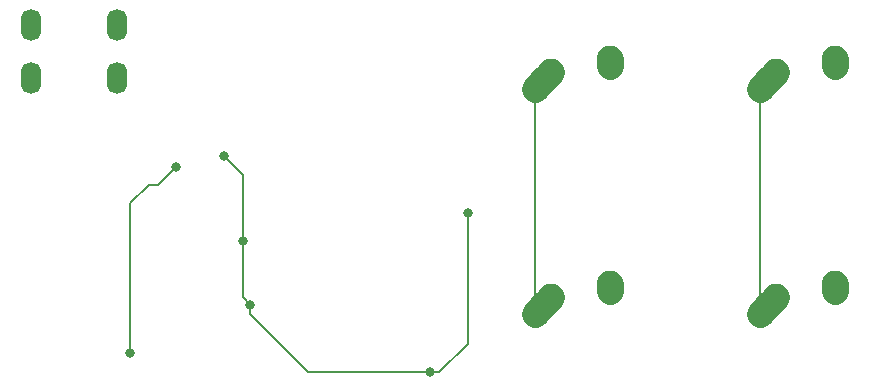
<source format=gtl>
G04 #@! TF.GenerationSoftware,KiCad,Pcbnew,(5.1.4-0-10_14)*
G04 #@! TF.CreationDate,2021-05-05T22:13:24+08:00*
G04 #@! TF.ProjectId,pcb-project,7063622d-7072-46f6-9a65-63742e6b6963,rev?*
G04 #@! TF.SameCoordinates,Original*
G04 #@! TF.FileFunction,Copper,L1,Top*
G04 #@! TF.FilePolarity,Positive*
%FSLAX46Y46*%
G04 Gerber Fmt 4.6, Leading zero omitted, Abs format (unit mm)*
G04 Created by KiCad (PCBNEW (5.1.4-0-10_14)) date 2021-05-05 22:13:24*
%MOMM*%
%LPD*%
G04 APERTURE LIST*
%ADD10O,1.700000X2.700000*%
%ADD11C,2.250000*%
%ADD12C,2.250000*%
%ADD13C,0.800000*%
%ADD14C,0.200000*%
G04 APERTURE END LIST*
D10*
X166212500Y-104775000D03*
X173512500Y-104775000D03*
X173512500Y-109275000D03*
X166212500Y-109275000D03*
D11*
X229275000Y-127762500D03*
X228620001Y-128492500D03*
D12*
X227965000Y-129222500D02*
X229275002Y-127762500D01*
D11*
X234315000Y-126682500D03*
X234295000Y-126972500D03*
D12*
X234275000Y-127262500D02*
X234315000Y-126682500D01*
D11*
X210225000Y-127762500D03*
X209570001Y-128492500D03*
D12*
X208915000Y-129222500D02*
X210225002Y-127762500D01*
D11*
X215265000Y-126682500D03*
X215245000Y-126972500D03*
D12*
X215225000Y-127262500D02*
X215265000Y-126682500D01*
D11*
X229275000Y-108712500D03*
X228620001Y-109442500D03*
D12*
X227965000Y-110172500D02*
X229275002Y-108712500D01*
D11*
X234315000Y-107632500D03*
X234295000Y-107922500D03*
D12*
X234275000Y-108212500D02*
X234315000Y-107632500D01*
D11*
X210225000Y-108712500D03*
X209570001Y-109442500D03*
D12*
X208915000Y-110172500D02*
X210225002Y-108712500D01*
D11*
X215265000Y-107632500D03*
X215245000Y-107922500D03*
D12*
X215225000Y-108212500D02*
X215265000Y-107632500D01*
D13*
X200025000Y-134143750D03*
X203200000Y-120650000D03*
X184150000Y-123031250D03*
X184787500Y-128431250D03*
X182562500Y-115887500D03*
X174625000Y-132556250D03*
X178475000Y-116800000D03*
D14*
X200025000Y-134143750D02*
X200818750Y-134143750D01*
X200818750Y-134143750D02*
X203200000Y-131762500D01*
X203200000Y-131762500D02*
X203200000Y-120650000D01*
X184150000Y-127793750D02*
X184787500Y-128431250D01*
X184150000Y-123031250D02*
X184150000Y-127793750D01*
X184787500Y-128431250D02*
X184787500Y-129225000D01*
X184787500Y-129225000D02*
X189706250Y-134143750D01*
X189706250Y-134143750D02*
X200025000Y-134143750D01*
X184150000Y-117475000D02*
X182562500Y-115887500D01*
X184150000Y-123031250D02*
X184150000Y-117475000D01*
X208915000Y-126452500D02*
X208915000Y-129222500D01*
X208915000Y-110172500D02*
X208915000Y-126452500D01*
X227965000Y-126452500D02*
X227965000Y-129222500D01*
X227965000Y-110172500D02*
X227965000Y-126452500D01*
X174625000Y-132556250D02*
X174625000Y-119856250D01*
X174625000Y-119856250D02*
X176212500Y-118268750D01*
X177006250Y-118268750D02*
X178475000Y-116800000D01*
X176212500Y-118268750D02*
X177006250Y-118268750D01*
M02*

</source>
